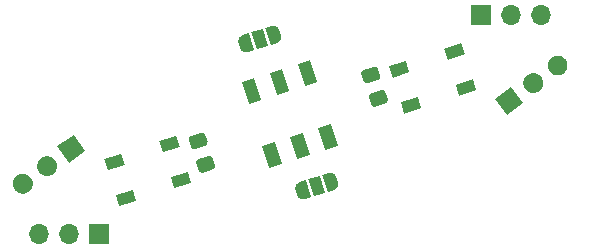
<source format=gbr>
%TF.GenerationSoftware,KiCad,Pcbnew,5.1.8*%
%TF.CreationDate,2020-12-23T16:20:00-05:00*%
%TF.ProjectId,penroserombus_thin_40mm,70656e72-6f73-4657-926f-6d6275735f74,rev?*%
%TF.SameCoordinates,Original*%
%TF.FileFunction,Soldermask,Top*%
%TF.FilePolarity,Negative*%
%FSLAX46Y46*%
G04 Gerber Fmt 4.6, Leading zero omitted, Abs format (unit mm)*
G04 Created by KiCad (PCBNEW 5.1.8) date 2020-12-23 16:20:00*
%MOMM*%
%LPD*%
G01*
G04 APERTURE LIST*
%ADD10C,0.100000*%
%ADD11O,1.700000X1.700000*%
%ADD12R,1.700000X1.700000*%
G04 APERTURE END LIST*
D10*
%TO.C,J3*%
G36*
X135261566Y-75128791D02*
G01*
X136636895Y-74129556D01*
X137636130Y-75504885D01*
X136260801Y-76504120D01*
X135261566Y-75128791D01*
G37*
G36*
G01*
X133894328Y-76122149D02*
X133894328Y-76122149D01*
G75*
G02*
X135081609Y-76310196I499617J-687664D01*
G01*
X135081609Y-76310196D01*
G75*
G02*
X134893562Y-77497477I-687664J-499617D01*
G01*
X134893562Y-77497477D01*
G75*
G02*
X133706281Y-77309430I-499617J687664D01*
G01*
X133706281Y-77309430D01*
G75*
G02*
X133894328Y-76122149I687664J499617D01*
G01*
G37*
G36*
G01*
X131839425Y-77615123D02*
X131839425Y-77615123D01*
G75*
G02*
X133026706Y-77803170I499617J-687664D01*
G01*
X133026706Y-77803170D01*
G75*
G02*
X132838659Y-78990451I-687664J-499617D01*
G01*
X132838659Y-78990451D01*
G75*
G02*
X131651378Y-78802404I-499617J687664D01*
G01*
X131651378Y-78802404D01*
G75*
G02*
X131839425Y-77615123I687664J499617D01*
G01*
G37*
%TD*%
%TO.C,C1*%
G36*
G01*
X147194701Y-76237479D02*
X148098205Y-75943913D01*
G75*
G02*
X148413223Y-76104423I77254J-237764D01*
G01*
X148621809Y-76746387D01*
G75*
G02*
X148461299Y-77061405I-237764J-77254D01*
G01*
X147557795Y-77354971D01*
G75*
G02*
X147242777Y-77194461I-77254J237764D01*
G01*
X147034191Y-76552497D01*
G75*
G02*
X147194701Y-76237479I237764J77254D01*
G01*
G37*
G36*
G01*
X146553491Y-74264037D02*
X147456995Y-73970471D01*
G75*
G02*
X147772013Y-74130981I77254J-237764D01*
G01*
X147980599Y-74772945D01*
G75*
G02*
X147820089Y-75087963I-237764J-77254D01*
G01*
X146916585Y-75381529D01*
G75*
G02*
X146601567Y-75221019I-77254J237764D01*
G01*
X146392981Y-74579055D01*
G75*
G02*
X146553491Y-74264037I237764J77254D01*
G01*
G37*
%TD*%
%TO.C,C2*%
G36*
G01*
X163072509Y-71473405D02*
X162169005Y-71766971D01*
G75*
G02*
X161853987Y-71606461I-77254J237764D01*
G01*
X161645401Y-70964497D01*
G75*
G02*
X161805911Y-70649479I237764J77254D01*
G01*
X162709415Y-70355913D01*
G75*
G02*
X163024433Y-70516423I77254J-237764D01*
G01*
X163233019Y-71158387D01*
G75*
G02*
X163072509Y-71473405I-237764J-77254D01*
G01*
G37*
G36*
G01*
X162431299Y-69499963D02*
X161527795Y-69793529D01*
G75*
G02*
X161212777Y-69633019I-77254J237764D01*
G01*
X161004191Y-68991055D01*
G75*
G02*
X161164701Y-68676037I237764J77254D01*
G01*
X162068205Y-68382471D01*
G75*
G02*
X162383223Y-68542981I77254J-237764D01*
G01*
X162591809Y-69184945D01*
G75*
G02*
X162431299Y-69499963I-237764J-77254D01*
G01*
G37*
%TD*%
%TO.C,D1*%
G36*
X145185004Y-78684755D02*
G01*
X144875987Y-77733698D01*
X146302572Y-77270173D01*
X146611589Y-78221230D01*
X145185004Y-78684755D01*
G37*
G36*
X144196149Y-75641374D02*
G01*
X143887132Y-74690317D01*
X145313717Y-74226792D01*
X145622734Y-75177849D01*
X144196149Y-75641374D01*
G37*
G36*
X140524827Y-80198938D02*
G01*
X140215810Y-79247881D01*
X141642395Y-78784356D01*
X141951412Y-79735413D01*
X140524827Y-80198938D01*
G37*
G36*
X139535972Y-77155557D02*
G01*
X139226955Y-76204500D01*
X140653540Y-75740975D01*
X140962557Y-76692032D01*
X139535972Y-77155557D01*
G37*
%TD*%
%TO.C,D2*%
G36*
X170422799Y-69433036D02*
G01*
X170731816Y-70384093D01*
X169305231Y-70847618D01*
X168996214Y-69896561D01*
X170422799Y-69433036D01*
G37*
G36*
X169433944Y-66389655D02*
G01*
X169742961Y-67340712D01*
X168316376Y-67804237D01*
X168007359Y-66853180D01*
X169433944Y-66389655D01*
G37*
G36*
X165762622Y-70947219D02*
G01*
X166071639Y-71898276D01*
X164645054Y-72361801D01*
X164336037Y-71410744D01*
X165762622Y-70947219D01*
G37*
G36*
X164773767Y-67903838D02*
G01*
X165082784Y-68854895D01*
X163656199Y-69318420D01*
X163347182Y-68367363D01*
X164773767Y-67903838D01*
G37*
%TD*%
D11*
%TO.C,J1*%
X176239724Y-64038590D03*
X173699724Y-64038590D03*
D12*
X171159724Y-64038590D03*
%TD*%
%TO.C,J2*%
X138799045Y-82550000D03*
D11*
X136259045Y-82550000D03*
X133719045Y-82550000D03*
%TD*%
%TO.C,J4*%
G36*
G01*
X178119344Y-68973468D02*
X178119344Y-68973468D01*
G75*
G02*
X176932063Y-68785421I-499617J687664D01*
G01*
X176932063Y-68785421D01*
G75*
G02*
X177120110Y-67598140I687664J499617D01*
G01*
X177120110Y-67598140D01*
G75*
G02*
X178307391Y-67786187I499617J-687664D01*
G01*
X178307391Y-67786187D01*
G75*
G02*
X178119344Y-68973468I-687664J-499617D01*
G01*
G37*
G36*
G01*
X176064441Y-70466442D02*
X176064441Y-70466442D01*
G75*
G02*
X174877160Y-70278395I-499617J687664D01*
G01*
X174877160Y-70278395D01*
G75*
G02*
X175065207Y-69091114I687664J499617D01*
G01*
X175065207Y-69091114D01*
G75*
G02*
X176252488Y-69279161I499617J-687664D01*
G01*
X176252488Y-69279161D01*
G75*
G02*
X176064441Y-70466442I-687664J-499617D01*
G01*
G37*
D10*
G36*
X174697203Y-71459800D02*
G01*
X173321874Y-72459035D01*
X172322639Y-71083706D01*
X173697968Y-70084471D01*
X174697203Y-71459800D01*
G37*
%TD*%
%TO.C,JP1*%
G36*
X157469766Y-77618199D02*
G01*
X157933291Y-79044784D01*
X156982234Y-79353801D01*
X156518709Y-77927216D01*
X157469766Y-77618199D01*
G37*
G36*
X156221204Y-79600442D02*
G01*
X156197870Y-79608023D01*
X156149943Y-79618538D01*
X156101216Y-79624306D01*
X156052157Y-79625269D01*
X156003240Y-79621420D01*
X155954937Y-79612793D01*
X155907712Y-79599475D01*
X155862020Y-79581591D01*
X155818299Y-79559314D01*
X155776974Y-79532861D01*
X155738440Y-79502482D01*
X155703069Y-79468475D01*
X155671203Y-79431163D01*
X155643146Y-79390908D01*
X155619171Y-79348096D01*
X155599507Y-79303142D01*
X155591926Y-79279809D01*
X155591353Y-79279995D01*
X155436844Y-78804466D01*
X155437417Y-78804280D01*
X155429836Y-78780947D01*
X155419321Y-78733020D01*
X155413553Y-78684292D01*
X155412590Y-78635234D01*
X155416439Y-78586317D01*
X155425066Y-78538014D01*
X155438384Y-78490788D01*
X155456268Y-78445096D01*
X155478545Y-78401376D01*
X155504998Y-78360050D01*
X155535376Y-78321517D01*
X155569384Y-78286146D01*
X155606695Y-78254279D01*
X155646951Y-78226223D01*
X155689762Y-78202248D01*
X155734717Y-78182584D01*
X155758050Y-78175002D01*
X155757864Y-78174430D01*
X156280945Y-78004470D01*
X156744471Y-79431055D01*
X156221390Y-79601014D01*
X156221204Y-79600442D01*
G37*
G36*
X157707529Y-77540945D02*
G01*
X158230610Y-77370986D01*
X158230796Y-77371558D01*
X158254130Y-77363977D01*
X158302057Y-77353462D01*
X158350784Y-77347694D01*
X158399843Y-77346731D01*
X158448760Y-77350580D01*
X158497063Y-77359207D01*
X158544288Y-77372525D01*
X158589980Y-77390409D01*
X158633701Y-77412686D01*
X158675026Y-77439139D01*
X158713560Y-77469518D01*
X158748931Y-77503525D01*
X158780797Y-77540837D01*
X158808854Y-77581092D01*
X158832829Y-77623904D01*
X158852493Y-77668858D01*
X158860074Y-77692191D01*
X158860647Y-77692005D01*
X159015156Y-78167534D01*
X159014583Y-78167720D01*
X159022164Y-78191053D01*
X159032679Y-78238980D01*
X159038447Y-78287708D01*
X159039410Y-78336766D01*
X159035561Y-78385683D01*
X159026934Y-78433986D01*
X159013616Y-78481212D01*
X158995732Y-78526904D01*
X158973455Y-78570624D01*
X158947002Y-78611950D01*
X158916624Y-78650483D01*
X158882616Y-78685854D01*
X158845305Y-78717721D01*
X158805049Y-78745777D01*
X158762238Y-78769752D01*
X158717283Y-78789416D01*
X158693950Y-78796998D01*
X158694136Y-78797570D01*
X158171055Y-78967530D01*
X157707529Y-77540945D01*
G37*
%TD*%
%TO.C,JP2*%
G36*
X152881529Y-65094945D02*
G01*
X153404610Y-64924986D01*
X153404796Y-64925558D01*
X153428130Y-64917977D01*
X153476057Y-64907462D01*
X153524784Y-64901694D01*
X153573843Y-64900731D01*
X153622760Y-64904580D01*
X153671063Y-64913207D01*
X153718288Y-64926525D01*
X153763980Y-64944409D01*
X153807701Y-64966686D01*
X153849026Y-64993139D01*
X153887560Y-65023518D01*
X153922931Y-65057525D01*
X153954797Y-65094837D01*
X153982854Y-65135092D01*
X154006829Y-65177904D01*
X154026493Y-65222858D01*
X154034074Y-65246191D01*
X154034647Y-65246005D01*
X154189156Y-65721534D01*
X154188583Y-65721720D01*
X154196164Y-65745053D01*
X154206679Y-65792980D01*
X154212447Y-65841708D01*
X154213410Y-65890766D01*
X154209561Y-65939683D01*
X154200934Y-65987986D01*
X154187616Y-66035212D01*
X154169732Y-66080904D01*
X154147455Y-66124624D01*
X154121002Y-66165950D01*
X154090624Y-66204483D01*
X154056616Y-66239854D01*
X154019305Y-66271721D01*
X153979049Y-66299777D01*
X153936238Y-66323752D01*
X153891283Y-66343416D01*
X153867950Y-66350998D01*
X153868136Y-66351570D01*
X153345055Y-66521530D01*
X152881529Y-65094945D01*
G37*
G36*
X151395204Y-67154442D02*
G01*
X151371870Y-67162023D01*
X151323943Y-67172538D01*
X151275216Y-67178306D01*
X151226157Y-67179269D01*
X151177240Y-67175420D01*
X151128937Y-67166793D01*
X151081712Y-67153475D01*
X151036020Y-67135591D01*
X150992299Y-67113314D01*
X150950974Y-67086861D01*
X150912440Y-67056482D01*
X150877069Y-67022475D01*
X150845203Y-66985163D01*
X150817146Y-66944908D01*
X150793171Y-66902096D01*
X150773507Y-66857142D01*
X150765926Y-66833809D01*
X150765353Y-66833995D01*
X150610844Y-66358466D01*
X150611417Y-66358280D01*
X150603836Y-66334947D01*
X150593321Y-66287020D01*
X150587553Y-66238292D01*
X150586590Y-66189234D01*
X150590439Y-66140317D01*
X150599066Y-66092014D01*
X150612384Y-66044788D01*
X150630268Y-65999096D01*
X150652545Y-65955376D01*
X150678998Y-65914050D01*
X150709376Y-65875517D01*
X150743384Y-65840146D01*
X150780695Y-65808279D01*
X150820951Y-65780223D01*
X150863762Y-65756248D01*
X150908717Y-65736584D01*
X150932050Y-65729002D01*
X150931864Y-65728430D01*
X151454945Y-65558470D01*
X151918471Y-66985055D01*
X151395390Y-67155014D01*
X151395204Y-67154442D01*
G37*
G36*
X152643766Y-65172199D02*
G01*
X153107291Y-66598784D01*
X152156234Y-66907801D01*
X151692709Y-65481216D01*
X152643766Y-65172199D01*
G37*
%TD*%
%TO.C,SW1*%
G36*
X155620295Y-68173402D02*
G01*
X156666458Y-67833484D01*
X157269041Y-69688044D01*
X156222878Y-70027962D01*
X155620295Y-68173402D01*
G37*
G36*
X153242654Y-68945944D02*
G01*
X154288817Y-68606026D01*
X154891400Y-70460586D01*
X153845237Y-70800504D01*
X153242654Y-68945944D01*
G37*
G36*
X150865013Y-69718487D02*
G01*
X151911176Y-69378569D01*
X152513759Y-71233129D01*
X151467596Y-71573047D01*
X150865013Y-69718487D01*
G37*
G36*
X157366241Y-73546871D02*
G01*
X158412404Y-73206953D01*
X159014987Y-75061513D01*
X157968824Y-75401431D01*
X157366241Y-73546871D01*
G37*
G36*
X154988600Y-74319414D02*
G01*
X156034763Y-73979496D01*
X156637346Y-75834056D01*
X155591183Y-76173974D01*
X154988600Y-74319414D01*
G37*
G36*
X152610959Y-75091956D02*
G01*
X153657122Y-74752038D01*
X154259705Y-76606598D01*
X153213542Y-76946516D01*
X152610959Y-75091956D01*
G37*
%TD*%
M02*

</source>
